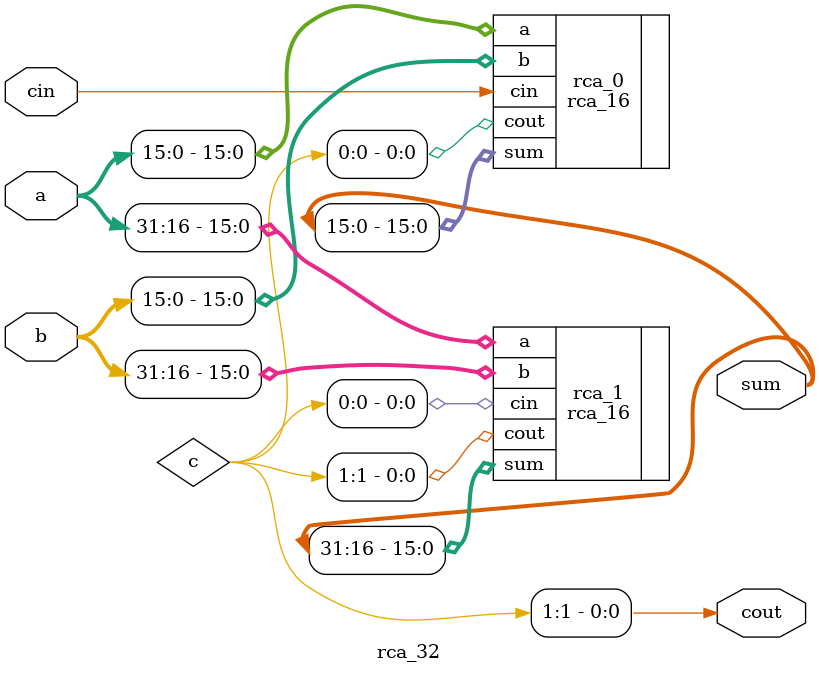
<source format=v>
module rca_32(
    input [31:0] a,
    input [31:0] b,
    input cin,
    output [31:0] sum,
    output cout
);

wire [1:0] c;

rca_16 rca_0(
    .a(a[15:0]),
    .b(b[15:0]),
    .cin(cin),
    .sum(sum[15:0]),
    .cout(c[0])
);

rca_16 rca_1(
    .a(a[31:16]),
    .b(b[31:16]),
    .cin(c[0]),
    .sum(sum[31:16]),
    .cout(c[1])
);

assign cout = c[1];

endmodule
</source>
